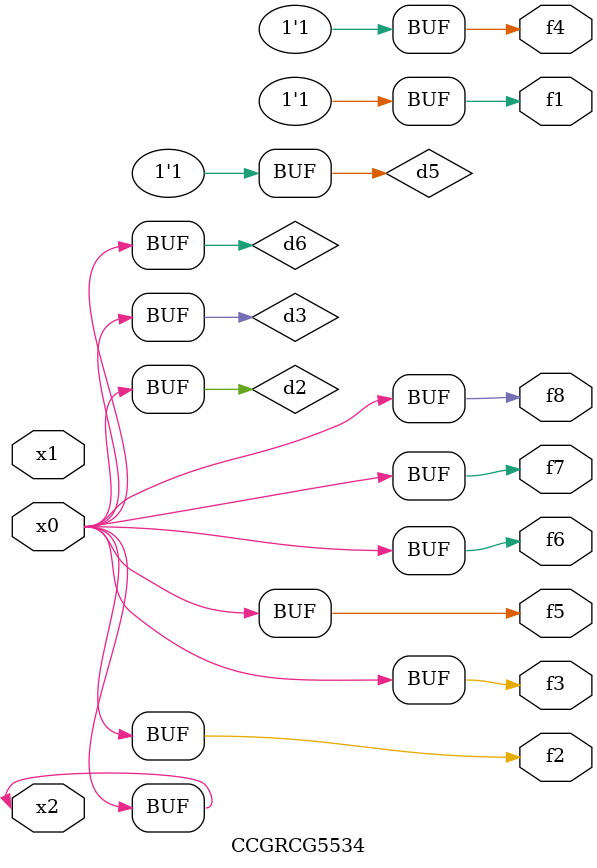
<source format=v>
module CCGRCG5534(
	input x0, x1, x2,
	output f1, f2, f3, f4, f5, f6, f7, f8
);

	wire d1, d2, d3, d4, d5, d6;

	xnor (d1, x2);
	buf (d2, x0, x2);
	and (d3, x0);
	xnor (d4, x1, x2);
	nand (d5, d1, d3);
	buf (d6, d2, d3);
	assign f1 = d5;
	assign f2 = d6;
	assign f3 = d6;
	assign f4 = d5;
	assign f5 = d6;
	assign f6 = d6;
	assign f7 = d6;
	assign f8 = d6;
endmodule

</source>
